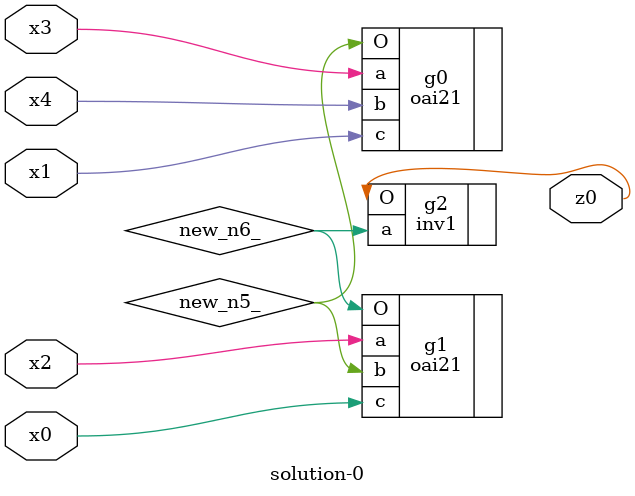
<source format=v>
module \solution-0 (
  x0, x1, x2, x3, x4,
  z0 );
  input x0, x1, x2, x3, x4;
  output z0;
  wire new_n5_, new_n6_;
  oai21  g0(.a(x3), .b(x4), .c(x1), .O(new_n5_));
  oai21  g1(.a(x2), .b(new_n5_), .c(x0), .O(new_n6_));
  inv1  g2(.a(new_n6_), .O(z0));
endmodule

</source>
